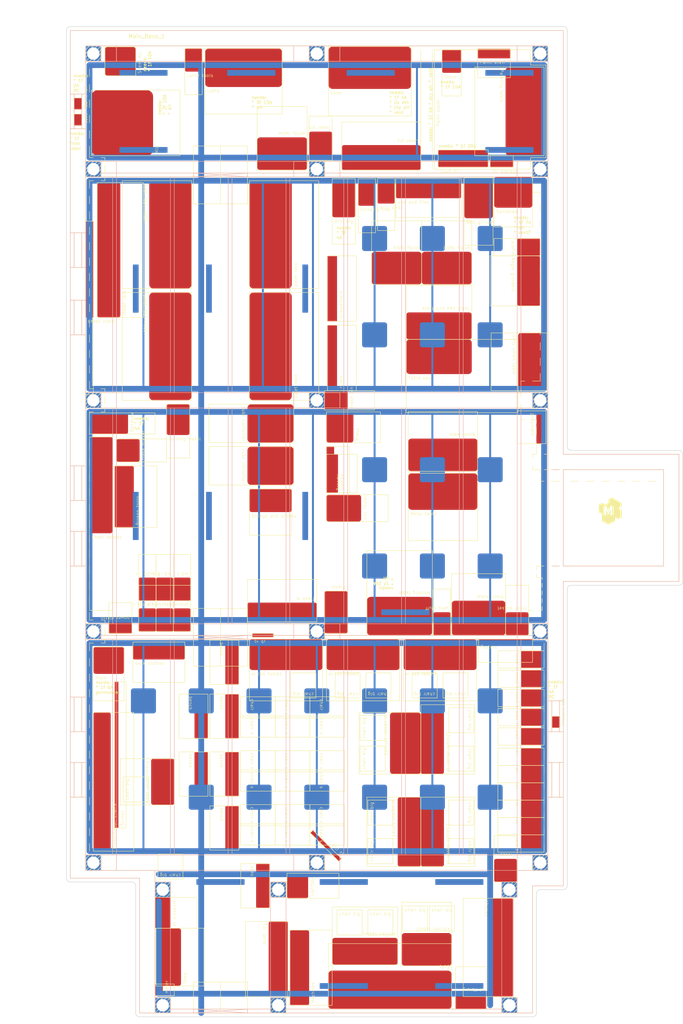
<source format=kicad_pcb>
(kicad_pcb (version 20211014) (generator pcbnew)
  (title_block (rev "5.0"))
  (layers (0 "F.Cu" signal) (1 "In1.Cu" signal "freeway.Cu") (2 "In2.Cu" signal "air.Cu") (3 "In3.Cu" signal "walls.Cu") (4 "In4.Cu" signal "vent.Cu") (31 "B.Cu" signal) (34 "B.Paste" user) (35 "F.Paste" user) (36 "B.SilkS" user "B.Silkscreen") (37 "F.SilkS" user "F.Silkscreen") (38 "B.Mask" user) (39 "F.Mask" user) (44 "Edge.Cuts" user))
  (net 0 "")
  (net 97 "Net-(L1-Pad1)")
  (footprint "-local:_o_lathe__" (layer "F.Cu") (at 112.28 26)
    (fp_text reference "R2")
    (fp_text value "Lathe" (at 0.5 11 unlocked) (layer "F.SilkS") (effects (font (size 0.8 0.8) (thickness 0.08)) (justify left)))
    (pad "1" smd roundrect (at 10 5) (size 20 10) (layers "F.Cu" "F.Paste" "F.Mask") (roundrect_rratio 0.1))
  )
  (footprint "-local:_q_power_meter__" (layer "F.Cu") (at 99.28 271.82 90)
    (fp_text reference "R100")
    (fp_text value "meter" (at 0.5 3 90 unlocked) (layer "F.SilkS") (effects (font (size 0.8 0.8) (thickness 0.08)) (justify left)))
    (pad "1" smd roundrect (at 1.5 1 90) (size 3 2) (layers "F.Cu" "F.Paste" "F.Mask") (roundrect_rratio 0.1))
  )
  (footprint "-local:_o_wheel_tower1_x7__" (layer "F.Cu") (at 199.28 75.32 -90)
    (fp_text reference "R59")
    (fp_text value "profile t" (at 0.5 7 -90 unlocked) (layer "F.SilkS") (effects (font (size 0.8 0.8) (thickness 0.08)) (justify left)))
    (pad "1" smd roundrect (at 2.25 3 270) (size 4.5 6) (layers "F.Cu" "F.Paste" "F.Mask") (roundrect_rratio 0.1))
  )
  (footprint "-local:_o_table_next__" (layer "F.Cu") (at 181.5 101.5 180)
    (fp_text reference "R17")
    (fp_text value "Table saw exit table" (at 0.5 8 180 unlocked) (layer "F.SilkS") (effects (font (size 0.8 0.8) (thickness 0.08)) (justify left)))
    (pad "1" smd roundrect (at 8.5 3.5 180) (size 17 7) (layers "F.Cu" "F.Paste" "F.Mask") (roundrect_rratio 0.1))
  )
  (footprint "-local:_o_mill__" (layer "F.Cu") (at 82.78 53.82 90)
    (fp_text reference "R1")
    (fp_text value "Mill" (at 0.5 17 90 unlocked) (layer "F.SilkS") (effects (font (size 0.8 0.8) (thickness 0.08)) (justify left)))
    (pad "1" smd roundrect (at 8.5 8 90) (size 17 16) (layers "F.Cu" "F.Paste" "F.Mask") (roundrect_rratio 0.1))
  )
  (footprint "-local:chair_small" (layer "F.Cu") (at 148.5 194.25 -90)
    (fp_text reference "Cs13")
    (fp_text value "chair s" (at 0.5 6 -90 unlocked) (layer "F.SilkS") (effects (font (size 0.8 0.8) (thickness 0.08)) (justify left)))
  )
  (footprint "-local:_e_rack__" (layer "F.Cu") (at 83.28 181.32)
    (fp_text reference "R105")
    (fp_text value "Rack" (at 0.5 8 unlocked) (layer "F.SilkS") (effects (font (size 0.8 0.8) (thickness 0.08)) (justify left)))
    (pad "1" smd roundrect (at 4 3.5) (size 8 7) (layers "F.Cu" "F.Paste" "F.Mask") (roundrect_rratio 0.1))
  )
  (footprint "-local:_e_lab_table_tall_x2__" (layer "F.Cu") (at 143.78 179.32)
    (fp_text reference "R82")
    (fp_text value "el lab table2" (at 0.5 9 unlocked) (layer "F.SilkS") (effects (font (size 0.8 0.8) (thickness 0.08)) (justify left)))
    (pad "1" smd roundrect (at 9.5 4) (size 19 8) (layers "F.Cu" "F.Paste" "F.Mask") (roundrect_rratio 0.1))
  )
  (footprint "-local:_e_kitchen__" (layer "F.Cu") (at 192.28 246.57 -90)
    (fp_text reference "R73")
    (fp_text value "kitchen" (at 0.5 7 -90 unlocked) (layer "F.SilkS") (effects (font (size 0.8 0.8) (thickness 0.08)) (justify left)))
    (pad "1" smd roundrect (at 12.75 3 270) (size 25.5 6) (layers "F.Cu" "F.Paste" "F.Mask") (roundrect_rratio 0.1))
  )
  (footprint "-local:chair_small" (layer "F.Cu") (at 139.5 199.25 -90)
    (fp_text reference "Cs6")
    (fp_text value "chair s" (at 0.5 6 -90 unlocked) (layer "F.SilkS") (effects (font (size 0.8 0.8) (thickness 0.08)) (justify left)))
  )
  (footprint "-local:_o_palet_rack_x4__" (layer "F.Cu") (at 108.78 89.32 -90)
    (fp_text reference "R42")
    (fp_text value "palet rack wood" (at 0.5 12 -90 unlocked) (layer "F.SilkS") (effects (font (size 0.8 0.8) (thickness 0.08)) (justify left)))
    (pad "1" smd roundrect (at 14 5.5 270) (size 28 11) (layers "F.Cu" "F.Paste" "F.Mask") (roundrect_rratio 0.1))
  )
  (footprint "-local:chair_small" (layer "F.Cu") (at 130.5 194.25 -90)
    (fp_text reference "Cs4")
    (fp_text value "chair s" (at 0.5 6 -90 unlocked) (layer "F.SilkS") (effects (font (size 0.8 0.8) (thickness 0.08)) (justify left)))
  )
  (footprint "-local:_e_bench_x7__" (layer "F.Cu") (at 113.03 208.57 -90)
    (fp_text reference "Be6")
    (fp_text value "bench" (at 0.5 4.5 -90 unlocked) (layer "F.SilkS") (effects (font (size 0.8 0.8) (thickness 0.08)) (justify left)))
    (pad "1" smd roundrect (at 5.75 1.75 270) (size 11.5 3.5) (layers "F.Cu" "F.Paste" "F.Mask") (roundrect_rratio 0.1))
  )
  (footprint "-local:_o_metal_rack__" (layer "F.Cu") (at 84.28 95.82 90)
    (fp_text reference "R38")
    (fp_text value "metal rack" (at 0.5 7 90 unlocked) (layer "F.SilkS") (effects (font (size 0.8 0.8) (thickness 0.08)) (justify left)))
    (pad "1" smd roundrect (at 17.5 3 90) (size 35 6) (layers "F.Cu" "F.Paste" "F.Mask") (roundrect_rratio 0.1))
  )
  (footprint "-local:chair_big" (layer "F.Cu") (at 157.28 191.32 180)
    (fp_text reference "Cb15")
    (fp_text value "chair big" (at -2.75 -2.25 180 unlocked) (layer "F.SilkS") (effects (font (size 0.8 0.8) (thickness 0.08)) (justify left)))
  )
  (footprint "-local:_o_work_clothes__" (layer "F.Cu") (at 93.53 180.07)
    (fp_text reference "R88")
    (fp_text value "work clothes" (at 0.5 5.5 unlocked) (layer "F.SilkS") (effects (font (size 0.8 0.8) (thickness 0.08)) (justify left)))
    (pad "1" smd roundrect (at 6.75 2.25) (size 13.5 4.5) (layers "F.Cu" "F.Paste" "F.Mask") (roundrect_rratio 0.1))
  )
  (footprint "-local:_o_wheel_tower2_x7__" (layer "F.Cu") (at 107.03 26)
    (fp_text reference "R3")
    (fp_text value "Lathe tools" (at 0.5 7 unlocked) (layer "F.SilkS") (effects (font (size 0.8 0.8) (thickness 0.08)) (justify left)))
    (pad "1" smd roundrect (at 2.25 3) (size 4.5 6) (layers "F.Cu" "F.Paste" "F.Mask") (roundrect_rratio 0.1))
  )
  (footprint "-local:_o_trash_bucket_x2__" (layer "F.Cu") (at 89.28 133.32 90)
    (fp_text reference "R48")
    (fp_text value "trash bucket" (at 0.5 7 90 unlocked) (layer "F.SilkS") (effects (font (size 0.8 0.8) (thickness 0.08)) (justify left)))
    (pad "1" smd roundrect (at 3 3 90) (size 6 6) (layers "F.Cu" "F.Paste" "F.Mask") (roundrect_rratio 0.1))
  )
  (footprint "-local:base_main" (layer "F.Cu") (at 81.28 25.32)
    (fp_text reference "Main_Base_1" (at 11 -2.5 unlocked) (layer "F.SilkS") (effects (justify left)))
    (fp_text value "Main Base")
    (fp_line (start -5 216) (end -5 -4) (layer "Edge.Cuts") (width 0.12))
    (fp_line (start 124 219) (end 118 219) (layer "Edge.Cuts") (width 0.12))
    (fp_line (start 12 217) (end -4 217) (layer "Edge.Cuts") (width 0.12))
    (fp_line (start 13 251) (end 13 218) (layer "Edge.Cuts") (width 0.12))
    (fp_line (start 117 220) (end 117 251) (layer "Edge.Cuts") (width 0.12))
    (fp_line (start 116 252) (end 14 252) (layer "Edge.Cuts") (width 0.12))
    (fp_line (start 154 140) (end 126 140) (layer "Edge.Cuts") (width 0.12))
    (fp_line (start 126 105) (end 154 105) (layer "Edge.Cuts") (width 0.12))
    (fp_line (start 155 106) (end 155 139) (layer "Edge.Cuts") (width 0.12))
    (fp_line (start 125 141) (end 125 218) (layer "Edge.Cuts") (width 0.12))
    (fp_line (start -4 -5) (end 124 -5) (layer "Edge.Cuts") (width 0.12))
    (fp_line (start 125 -4) (end 125 104) (layer "Edge.Cuts") (width 0.12))
    (fp_arc (start 155 139) (mid 154.707107 139.707107) (end 154 140) (layer "Edge.Cuts") (width 0.12))
    (fp_arc (start -4 217) (mid -4.707107 216.707107) (end -5 216) (layer "Edge.Cuts") (width 0.12))
    (fp_arc (start 117 220) (mid 117.292893 219.292893) (end 118 219) (layer "Edge.Cuts") (width 0.12))
    (fp_arc (start 124 -5) (mid 124.707107 -4.707107) (end 125 -4) (layer "Edge.Cuts") (width 0.12))
    (fp_arc (start 12 217) (mid 12.707107 217.292893) (end 13 218) (layer "Edge.Cuts") (width 0.12))
    (fp_arc (start 126 105) (mid 125.292893 104.707107) (end 125 104) (layer "Edge.Cuts") (width 0.12))
    (fp_arc (start 154 105) (mid 154.707107 105.292893) (end 155 106) (layer "Edge.Cuts") (width 0.12))
    (fp_arc (start 125 218) (mid 124.707107 218.707107) (end 124 219) (layer "Edge.Cuts") (width 0.12))
    (fp_arc (start 14 252) (mid 13.292893 251.707107) (end 13 251) (layer "Edge.Cuts") (width 0.12))
    (fp_arc (start 117 251) (mid 116.707107 251.707107) (end 116 252) (layer "Edge.Cuts") (width 0.12))
    (fp_arc (start 125 141) (mid 125.292893 140.292893) (end 126 140) (layer "Edge.Cuts") (width 0.12))
    (fp_arc (start -5 -4) (mid -4.707107 -4.707107) (end -4 -5) (layer "Edge.Cuts") (width 0.12))
    (pad "1" thru_hole roundrect locked (at 60 32) (size 4 4) (drill 3.2) (layers *.Cu *.Mask) (roundrect_rratio 0.1))
    (pad "1" thru_hole roundrect locked (at 118 152) (size 4 4) (drill 3.2) (layers *.Cu *.Mask) (roundrect_rratio 0.1))
    (pad "1" thru_hole roundrect locked (at 2 152) (size 4 4) (drill 3.2) (layers *.Cu *.Mask) (roundrect_rratio 0.1))
    (pad "1" thru_hole roundrect locked (at 60 2) (size 4 4) (drill 3.2) (layers *.Cu *.Mask) (roundrect_rratio 0.1))
    (pad "1" thru_hole roundrect locked (at 2 32) (size 4 4) (drill 3.2) (layers *.Cu *.Mask) (roundrect_rratio 0.1))
    (pad "1" thru_hole roundrect locked (at 60 152) (size 4 4) (drill 3.2) (layers *.Cu *.Mask) (roundrect_rratio 0.1))
    (pad "1" thru_hole roundrect locked (at 60 92) (size 4 4) (drill 3.2) (layers *.Cu *.Mask) (roundrect_rratio 0.1))
    (pad "1" thru_hole roundrect locked (at 2 92) (size 4 4) (drill 3.2) (layers *.Cu *.Mask) (roundrect_rratio 0.1))
    (pad "1" thru_hole roundrect locked (at 118 212) (size 4 4) (drill 3.2) (layers *.Cu *.Mask) (roundrect_rratio 0.1))
    (pad "1" thru_hole roundrect locked (at 50 219) (size 4 4) (drill 3.2) (layers *.Cu *.Mask) (roundrect_rratio 0.1))
    (pad "1" thru_hole roundrect locked (at 110 219) (size 4 4) (drill 3.2) (layers *.Cu *.Mask) (roundrect_rratio 0.1))
    (pad "1" thru_hole roundrect locked (at 2 212) (size 4 4) (drill 3.2) (layers *.Cu *.Mask) (roundrect_rratio 0.1))
    (pad "1" thru_hole roundrect locked (at 20 219) (size 4 4) (drill 3.2) (layers *.Cu *.Mask) (roundrect_rratio 0.1))
    (pad "1" thru_hole roundrect locked (at 20 249) (size 4 4) (drill 3.2) (layers *.Cu *.Mask) (roundrect_rratio 0.1))
    (pad "1" thru_hole roundrect locked (at 50 249) (size 4 4) (drill 3.2) (layers *.Cu *.Mask) (roundrect_rratio 0.1))
    (pad "1" thru_hole roundrect locked (at 118 2) (size 4 4) (drill 3.2) (layers *.Cu *.Mask) (roundrect_rratio 0.1))
    (pad "1" thru_hole roundrect locked (at 110 249) (size 4 4) (drill 3.2) (layers *.Cu *.Mask) (roundrect_rratio 0.1))
    (pad "1" thru_hole roundrect locked (at 2 2) (size 4 4) (drill 3.2) (layers *.Cu *.Mask) (roundrect_rratio 0.1))
    (pad "1" thru_hole roundrect locked (at 118 92) (size 4 4) (drill 3.2) (layers *.Cu *.Mask) (roundrect_rratio 0.1))
    (pad "1" thru_hole roundrect locked (at 118 32) (size 4 4) (drill 3.2) (layers *.Cu *.Mask) (roundrect_rratio 0.1))
    (pad "1" thru_hole roundrect locked (at 60 212) (size 4 4) (drill 3.2) (layers *.Cu *.Mask) (roundrect_rratio 0.1))
  )
  (footprint "-local:_o_dirty_small_table__" (layer "F.Cu") (at 201.03 99.82 -90)
    (fp_text reference "R62")
    (fp_text value "Dirty small table" (at 0.5 8.5 -90 unlocked) (layer "F.SilkS") (effects (font (size 0.8 0.8) (thickness 0.08)) (justify left)))
    (pad "1" smd roundrect (at 7.5 3.75 270) (size 15 7.5) (layers "F.Cu" "F.Paste" "F.Mask") (roundrect_rratio 0.1))
  )
  (footprint "-local:_o_drill_big__" (layer "F.Cu") (at 145.28 59.82)
    (fp_text reference "R27")
    (fp_text value "drill big" (at 0.5 11 unlocked) (layer "F.SilkS") (effects (font (size 0.8 0.8) (thickness 0.08)) (justify left)))
    (pad "1" smd roundrect (at 3 5) (size 6 10) (layers "F.Cu" "F.Paste" "F.Mask") (roundrect_rratio 0.1))
  )
  (footprint "-local:_o_cnc_mill__" (layer "F.Cu") (at 143.78 148.82 90)
    (fp_text reference "R5")
    (fp_text value "cnc router" (at 0.5 10 90 unlocked) (layer "F.SilkS") (effects (font (size 0.8 0.8) (thickness 0.08)) (justify left)))
    (pad "1" smd roundrect (at 3.5 4.5 90) (size 7 9) (layers "F.Cu" "F.Paste" "F.Mask") (roundrect_rratio 0.1))
  )
  (footprint "-local:_e_bench_x7__" (layer "F.Cu") (at 121.03 222.57 -90)
    (fp_text reference "Be5")
    (fp_text value "bench" (at 0.5 4.5 -90 unlocked) (layer "F.SilkS") (effects (font (size 0.8 0.8) (thickness 0.08)) (justify left)))
    (pad "1" smd roundrect (at 5.75 1.75 270) (size 11.5 3.5) (layers "F.Cu" "F.Paste" "F.Mask") (roundrect_rratio 0.1))
  )
  (footprint "-local:_o_trash_metal__" (layer "F.Cu") (at 190.28 178.32 180)
    (fp_text reference "R47")
    (fp_text value "trash metal" (at 0.5 10 180 unlocked) (layer "F.SilkS") (effects (font (size 0.8 0.8) (thickness 0.08)) (justify left)))
    (pad "1" smd roundrect (at 7 4.5 180) (size 14 9) (layers "F.Cu" "F.Paste" "F.Mask") (roundrect_rratio 0.1))
  )
  (footprint "-local:_q_laser_fan__" (layer "F.Cu") (at 78.28 46 90)
    (fp_text reference "R102")
    (fp_text value "Laser fan" (at 0.5 3 90 unlocked) (layer "F.SilkS") (effects (font (size 0.8 0.8) (thickness 0.08)) (justify left)))
    (pad "1" smd roundrect (at 1.5 1 90) (size 3 2) (layers "F.Cu" "F.Paste" "F.Mask") (roundrect_rratio 0.1))
  )
  (footprint "-local:chair_big" (layer "F.Cu") (at 178.78 224.32 -90)
    (fp_text reference "Cb16")
    (fp_text value "chair big" (at -2.75 -2.25 -90 unlocked) (layer "F.SilkS") (effects (font (size 0.8 0.8) (thickness 0.08)) (justify left)))
  )
  (footprint "-local:_e_lab_table_tall_x2__" (layer "F.Cu") (at 163.78 179.32)
    (fp_text reference "R83")
    (fp_text value "el lab table3" (at 0.5 9 unlocked) (layer "F.SilkS") (effects (font (size 0.8 0.8) (thickness 0.08)) (justify left)))
    (pad "1" smd roundrect (at 9.5 4) (size 19 8) (layers "F.Cu" "F.Paste" "F.Mask") (roundrect_rratio 0.1))
  )
  (footprint "-local:chair_small" (layer "F.Cu") (at 139.5 227.25 -90)
    (fp_text reference "Cs14")
    (fp_text value "chair s" (at 0.5 6 -90 unlocked) (layer "F.SilkS") (effects (font (size 0.8 0.8) (thickness 0.08)) (justify left)))
  )
  (footprint "-local:_q_paint_fan__" (layer "F.Cu") (at 78.28 41.82 90)
    (fp_text reference "R103")
    (fp_text value "Paint fan" (at 0.5 3 90 unlocked) (layer "F.SilkS") (effects (font (size 0.8 0.8) (thickness 0.08)) (justify left)))
    (pad "1" smd roundrect (at 1.5 1 90) (size 3 2) (layers "F.Cu" "F.Paste" "F.Mask") (roundrect_rratio 0.1))
  )
  (footprint "-local:_o_trash_bucket_x2__" (layer "F.Cu") (at 196.28 178.32 180)
    (fp_text reference "R49")
    (fp_text value "trash bucket" (at 0.5 7 180 unlocked) (layer "F.SilkS") (effects (font (size 0.8 0.8) (thickness 0.08)) (justify left)))
    (pad "1" smd roundrect (at 3 3 180) (size 6 6) (layers "F.Cu" "F.Paste" "F.Mask") (roundrect_rratio 0.1))
  )
  (footprint "-local:_o_welding_table__" (layer "F.Cu") (at 171.28 178.32 180)
    (fp_text reference "R18")
    (fp_text value "Welding table" (at 0.5 11 180 unlocked) (layer "F.SilkS") (effects (font (size 0.8 0.8) (thickness 0.08)) (justify left)))
    (pad "1" smd roundrect (at 8.5 5 180) (size 17 10) (layers "F.Cu" "F.Paste" "F.Mask") (roundrect_rratio 0.1))
  )
  (footprint "-local:chair_big" (layer "F.Cu") (at 155.78 202.32 90)
    (fp_text reference "Cb11")
    (fp_text value "chair big" (at -2.75 -2.25 90 unlocked) (layer "F.SilkS") (effects (font (size 0.8 0.8) (thickness 0.08)) (justify left)))
  )
  (footprint "-local:_e_tv_live__" (layer "F.Cu") (at 147 237 135)
    (fp_text reference "R78")
    (fp_text value "tv live" (at 0.5 2 135 unlocked) (layer "F.SilkS") (effects (font (size 0.8 0.8) (thickness 0.08)) (justify left)))
    (pad "1" smd roundrect (at 5.25 0.5 135) (size 10.5 1) (layers "F.Cu" "F.Paste" "F.Mask") (roundrect_rratio 0.1))
  )
  (footprint "-local:_e_parts_shelf__" (layer "F.Cu") (at 133.78 252.57 -90)
    (fp_text reference "R69")
    (fp_text value "For parts" (at 0.5 6 -90 unlocked) (layer "F.SilkS") (effects (font (size 0.8 0.8) (thickness 0.08)) (justify left)))
    (pad "1" smd roundrect (at 9.75 2.5 270) (size 19.5 5) (layers "F.Cu" "F.Paste" "F.Mask") (roundrect_rratio 0.1))
  )
  (footprint "-local:chair_big" (layer "F.Cu") (at 94.28 218.32 90)
    (fp_text reference "Cb18")
    (fp_text value "chair big" (at -2.75 -2.25 90 unlocked) (layer "F.SilkS") (effects (font (size 0.8 0.8) (thickness 0.08)) (justify left)))
  )
  (footprint "-local:_o_wheel_tower1_x7__" (layer "F.Cu") (at 104.03 177.32 180)
    (fp_text reference "R53")
    (fp_text value "brackets t" (at 0.5 7 180 unlocked) (layer "F.SilkS") (effects (font (size 0.8 0.8) (thickness 0.08)) (justify left)))
    (pad "1" smd roundrect (at 2.25 3 180) (size 4.5 6) (layers "F.Cu" "F.Paste" "F.Mask") (roundrect_rratio 0.1))
  )
  (footprint "-local:_o_belt_grind__" (layer "F.Cu") (at 179.53 59.57)
    (fp_text reference "R23")
    (fp_text value "Belt grinder" (at 0.5 11.5 unlocked) (layer "F.SilkS") (effects (font (size 0.8 0.8) (thickness 0.08)) (justify left)))
    (pad "1" smd roundrect (at 3.75 5.25) (size 7.5 10.5) (layers "F.Cu" "F.Paste" "F.Mask") (roundrect_rratio 0.1))
  )
  (footprint "-local:_o_chair_box__" (layer "F.Cu") (at 83.28 234.32 90)
    (fp_text reference "R66")
    (fp_text value "Presentation chairs" (at 0.5 5.5 90 unlocked) (layer "F.SilkS") (effects (font (size 0.8 0.8) (thickness 0.08)) (justify left)))
    (pad "1" smd roundrect (at 18 2.25 90) (size 36 4.5) (layers "F.Cu" "F.Paste" "F.Mask") (roundrect_rratio 0.1))
  )
  (footprint "-local:chair_big" (layer "F.Cu") (at 157.78 234.32 90)
    (fp_text reference "Cb13")
    (fp_text value "chair big" (at -2.75 -2.25 90 unlocked) (layer "F.SilkS") (effects (font (size 0.8 0.8) (thickness 0.08)) (justify left)))
  )
  (footprint "-local:_o_air_storage__" (layer "F.Cu") (at 186.28 53.82)
    (fp_text reference "R11")
    (fp_text value "Air storage" (at 0.5 4 unlocked) (layer "F.SilkS") (effects (font (size 0.8 0.8) (thickness 0.08)) (justify left)))
    (pad "1" smd roundrect (at 3 1.5) (size 6 3) (layers "F.Cu" "F.Paste" "F.Mask") (roundrect_rratio 0.1))
  )
  (footprint "-local:chair_big" (layer "F.Cu") (at 149.28 191.32 180)
    (fp_text reference "Cb9")
    (fp_text value "chair big" (at -2.75 -2.25 180 unlocked) (layer "F.SilkS") (effects (font (size 0.8 0.8) (thickness 0.08)) (justify left)))
  )
  (footprint "-local:_e_kitchen_table1__" (layer "F.Cu") (at 162.28 263.82 180)
    (fp_text reference "R74")
    (fp_text value "kitchen table1" (at 0.5 8 180 unlocked) (layer "F.SilkS") (effects (font (size 0.8 0.8) (thickness 0.08)) (justify left)))
    (pad "1" smd roundrect (at 8.5 3.5 180) (size 17 7) (layers "F.Cu" "F.Paste" "F.Mask") (roundrect_rratio 0.1))
  )
  (footprint "-local:_o_turn_metal__" (layer "F.Cu") (at 102.28 118.32)
    (fp_text reference "R4")
    (fp_text value "Turning metal" (at 0.5 9 unlocked) (layer "F.SilkS") (effects (font (size 0.8 0.8) (thickness 0.08)) (justify left)))
    (pad "1" smd roundrect (at 3 4) (size 6 8) (layers "F.Cu" "F.Paste" "F.Mask") (roundrect_rratio 0.1))
  )
  (footprint "-local:_q_power_distribution_box__" (layer "F.Cu") (at 93.28 177.82 180)
    (fp_text reference "R101")
    (fp_text value "power distro" (at 0.5 4 180 unlocked) (layer "F.SilkS") (effects (font (size 0.8 0.8) (thickness 0.08)) (justify left)))
    (pad "1" smd roundrect (at 3 1.5 180) (size 6 3) (layers "F.Cu" "F.Paste" "F.Mask") (roundrect_rratio 0.1))
  )
  (footprint "-local:_o_wheel_tower2_x7__" (layer "F.Cu") (at 200.28 230.07 -90)
    (fp_text reference "R94")
    (fp_text value "rack t" (at 0.5 7 -90 unlocked) (layer "F.SilkS") (effects (font (size 0.8 0.8) (thickness 0.08)) (justify left)))
    (pad "1" smd roundrect (at 2.25 3 270) (size 4.5 6) (layers "F.Cu" "F.Paste" "F.Mask") (roundrect_rratio 0.1))
  )
  (footprint "-local:_o_drill_small__" (layer "F.Cu") (at 157.03 59.75)
    (fp_text reference "R28")
    (fp_text value "drill small" (at 0.5 7.5 unlocked) (layer "F.SilkS") (effects (font (size 0.8 0.8) (thickness 0.08)) (justify left)))
    (pad "1" smd roundrect (at 2.25 3.25) (size 4.5 6.5) (layers "F.Cu" "F.Paste" "F.Mask") (roundrect_rratio 0.1))
  )
  (footprint "-local:_o_strings_wheels_shelf__" (layer "F.Cu") (at 123.78 140.32)
    (fp_text reference "R44")
    (fp_text value "Strings and wheels" (at 0.5 7 unlocked) (layer "F.SilkS") (effects (font (size 0.8 0.8) (thickness 0.08)) (justify left)))
    (pad "1" smd roundrect (at 5.5 3) (size 11 6) (layers "F.Cu" "F.Paste" "F.Mask") (roundrect_rratio 0.1))
  )
  (footprint "-local:_e_bench_x7__" (layer "F.Cu") (at 121.03 193.57 -90)
    (fp_text reference "Be7")
    (fp_text value "bench" (at 0.5 4.5 -90 unlocked) (layer "F.SilkS") (effects (font (size 0.8 0.8) (thickness 0.08)) (justify left)))
    (pad "1" smd roundrect (at 5.75 1.75 270) (size 11.5 3.5) (layers "F.Cu" "F.Paste" "F.Mask") (roundrect_rratio 0.1))
  )
  (footprint "-local:_e_presentation_table__" (layer "F.Cu") (at 104.28 210.32 -90)
    (fp_text reference "R64")
    (fp_text value "Presentation table" (at 0.5 7 -90 unlocked) (layer "F.SilkS") (effects (font (size 0.8 0.8) (thickness 0.08)) (justify left)))
    (pad "1" smd roundrect (at 6 3 270) (size 12 6) (layers "F.Cu" "F.Paste" "F.Mask") (roundrect_rratio 0.1))
  )
  (footprint "-local:_o_wheel_tower3_x5__" (layer "F.Cu") (at 200.28 225.57 -90)
    (fp_text reference "R99")
    (fp_text value "el" (at 0.5 7 -90 unlocked) (layer "F.SilkS") (effects (font (size 0.8 0.8) (thickness 0.08)) (justify left)))
    (pad "1" smd roundrect (at 2.25 3 270) (size 4.5 6) (layers "F.Cu" "F.Paste" "F.Mask") (roundrect_rratio 0.1))
  )
  (footprint "-local:chair_big" (layer "F.Cu") (at 137.78 191.32 180)
    (fp_text reference "Cb10")
    (fp_text value "chair big" (at -2.75 -2.25 180 unlocked) (layer "F.SilkS") (effects (font (size 0.8 0.8) (thickness 0.08)) (justify left)))
  )
  (footprint "-local:_o_thin_shelf_x2__" (layer "F.Cu") (at 144.03 114.82 90)
    (fp_text reference "R30")
    (fp_text value "rulers" (at 0.5 3.5 90 unlocked) (layer "F.SilkS") (effects (font (size 0.8 0.8) (thickness 0.08)) (justify left)))
    (pad "1" smd roundrect (at 8.5 1.25 90) (size 17 2.5) (layers "F.Cu" "F.Paste" "F.Mask") (roundrect_rratio 0.1))
  )
  (footprint "-local:_e_screen__" (layer "F.Cu") (at 88.78 228.32 90)
    (fp_text reference "R65")
    (fp_text value "Screen" (at 0.5 2 90 unlocked) (layer "F.SilkS") (effects (font (size 0.8 0.8) (thickness 0.08)) (justify left)))
    (pad "1" smd roundrect (at 19 0.5 90) (size 38 1) (layers "F.Cu" "F.Paste" "F.Mask") (roundrect_rratio 0.1))
  )
  (footprint "-local:_o_wheel_tower3_x5__" (layer "F.Cu") (at 200.28 207.57 -90)
    (fp_text reference "R95")
    (fp_text value "el" (at 0.5 7 -90 unlocked) (layer "F.SilkS") (effects (font (size 0.8 0.8) (thickness 0.08)) (justify left)))
    (pad "1" smd roundrect (at 2.25 3 270) (size 4.5 6) (layers "F.Cu" "F.Paste" "F.Mask") (roundrect_rratio 0.1))
  )
  (footprint "-local:_o_paint_shelf__" (layer "F.Cu") (at 183.03 26.07)
    (fp_text reference "R14")
    (fp_text value "Paint shelf" (at 0.5 3.5 unlocked) (layer "F.SilkS") (effects (font (size 0.8 0.8) (thickness 0.08)) (justify left)))
    (pad "1" smd roundrect (at 4.25 1.25) (size 8.5 2.5) (layers "F.Cu" "F.Paste" "F.Mask") (roundrect_rratio 0.1))
  )
  (footprint "-local:_e_machine_shelf__" (layer "F.Cu") (at 134.28 274.32 90)
    (fp_text reference "R70")
    (fp_text value "Machines" (at 0.5 6 90 unlocked) (layer "F.SilkS") (effects (font (size 0.8 0.8) (thickness 0.08)) (justify left)))
    (pad "1" smd roundrect (at 9.75 2.5 90) (size 19.5 5) (layers "F.Cu" "F.Paste" "F.Mask") (roundrect_rratio 0.1))
  )
  (footprint "-local:chair_big" (layer "F.Cu") (at 157.78 252.82)
    (fp_text reference "Cb8")
    (fp_text value "chair big" (at -2.75 -2.25 unlocked) (layer "F.SilkS") (effects (font (size 0.8 0.8) (thickness 0.08)) (justify left)))
  )
  (footprint "-local:_o_wheel_tower2_x7__" (layer "F.Cu") (at 176.03 178.32 180)
    (fp_text reference "R19")
    (fp_text value "weld stuff" (at 0.5 7 180 unlocked) (layer "F.SilkS") (effects (font (size 0.8 0.8) (thickness 0.08)) (justify left)))
    (pad "1" smd roundrect (at 2.25 3 180) (size 4.5 6) (layers "F.Cu" "F.Paste" "F.Mask") (roundrect_rratio 0.1))
  )
  (footprint "-local:chair_big" (layer "F.Cu") (at 149.78 252.82)
    (fp_text reference "Cb5")
    (fp_text value "chair big" (at -2.75 -2.25 unlocked) (layer "F.SilkS") (effects (font (size 0.8 0.8) (thickness 0.08)) (justify left)))
  )
  (footprint "-local:_o_wheel_tower2_x7__" (layer "F.Cu") (at 200.28 187.32 -90)
    (fp_text reference "R90")
    (fp_text value "fdm2 t" (at 0.5 7 -90 unlocked) (layer "F.SilkS") (effects (font (size 0.8 0.8) (thickness 0.08)) (justify left)))
    (pad "1" smd roundrect (at 2.25 3 270) (size 4.5 6) (layers "F.Cu" "F.Paste" "F.Mask") (roundrect_rratio 0.1))
  )
  (footprint "-local:_o_sheet_matal__" (layer "F.Cu") (at 81.28 70.82)
    (fp_text reference "R37")
    (fp_text value "sheet metal" (at 0.5 26 unlocked) (layer "F.SilkS") (effects (font (size 0.8 0.8) (thickness 0.08)) (justify left)))
    (pad "1" smd roundrect (at 1 12.5) (size 2 25) (layers "F.Cu" "F.Paste" "F.Mask") (roundrect_rratio 0.1))
  )
  (footprint "-local:_o_wheel_tower3_x5__" (layer "F.Cu") (at 200.28 212.07 -90)
    (fp_text reference "R96")
    (fp_text value "el" (at 0.5 7 -90 unlocked) (layer "F.SilkS") (effects (font (size 0.8 0.8) (thickness 0.08)) (justify left)))
    (pad "1" smd roundrect (at 2.25 3 270) (size 4.5 6) (layers "F.Cu" "F.Paste" "F.Mask") (roundrect_rratio 0.1))
  )
  (footprint "-local:_o_trash_electronics__" (layer "F.Cu") (at 141.28 174.82 180)
    (fp_text reference "R52")
    (fp_text value "Trash el" (at 0.5 6 180 unlocked) (layer "F.SilkS") (effects (font (size 0.8 0.8) (thickness 0.08)) (justify left)))
    (pad "1" smd roundrect (at 9 2.5 180) (size 18 5) (layers "F.Cu" "F.Paste" "F.Mask") (roundrect_rratio 0.1))
  )
  (footprint "-local:_o_angle_grinders__" (layer "F.Cu") (at 199.28 79.82 -90)
    (fp_text reference "R21")
    (fp_text value "Angle grinders" (at 0.5 7 -90 unlocked) (layer "F.SilkS") (effects (font (size 0.8 0.8) (thickness 0.08)) (justify left)))
    (pad "1" smd roundrect (at 6.5 3 270) (size 13 6) (layers "F.Cu" "F.Paste" "F.Mask") (roundrect_rratio 0.1))
  )
  (footprint "-local:_o_wheel_tower2_x7__" (layer "F.Cu") (at 200.28 192.32 -90)
    (fp_text reference "R91")
    (fp_text value "fdm3 t" (at 0.5 7 -90 unlocked) (layer "F.SilkS") (effects (font (size 0.8 0.8) (thickness 0.08)) (justify left)))
    (pad "1" smd roundrect (at 2.25 3 270) (size 4.5 6) (layers "F.Cu" "F.Paste" "F.Mask") (roundrect_rratio 0.1))
  )
  (footprint "-local:_e_center_table1_x3__" (layer "F.Cu") (at 168.28 238.32 90)
    (fp_text reference "R85")
    (fp_text value "el center table12" (at 0.5 7 90 unlocked) (layer "F.SilkS") (effects (font (size 0.8 0.8) (thickness 0.08)) (justify left)))
    (pad "1" smd roundrect (at 9 3 90) (size 18 6) (layers "F.Cu" "F.Paste" "F.Mask") (roundrect_rratio 0.1))
  )
  (footprint "-local:_o_brooms__" (layer "F.Cu") (at 143.78 141.32 90)
    (fp_text reference "R51")
    (fp_text value "Brooms" (at 0.5 3 90 unlocked) (layer "F.SilkS") (effects (font (size 0.8 0.8) (thickness 0.08)) (justify left)))
    (pad "1" smd roundrect (at 6 1 90) (size 12 2) (layers "F.Cu" "F.Paste" "F.Mask") (roundrect_rratio 0.1))
  )
  (footprint "-local:chair_big" (layer "F.Cu") (at 103.28 238.32 180)
    (fp_text reference "Cb19")
    (fp_text value "chair big" (at -2.75 -2.25 180 unlocked) (layer "F.SilkS") (effects (font (size 0.8 0.8) (thickness 0.08)) (justify left)))
  )
  (footprint "-local:_o_wheel_tower3_x5__" (layer "F.Cu") (at 200.28 221.07 -90)
    (fp_text reference "R98")
    (fp_text value "el" (at 0.5 7 -90 unlocked) (layer "F.SilkS") (effects (font (size 0.8 0.8) (thickness 0.08)) (justify left)))
    (pad "1" smd roundrect (at 2.25 3 270) (size 4.5 6) (layers "F.Cu" "F.Paste" "F.Mask") (roundrect_rratio 0.1))
  )
  (footprint "-local:_o_wheel_tower1_x7__" (layer "F.Cu") (at 108.53 169.32 180)
    (fp_text reference "R56")
    (fp_text value "m3 t" (at 0.5 7 180 unlocked) (layer "F.SilkS") (effects (font (size 0.8 0.8) (thickness 0.08)) (justify left)))
    (pad "1" smd roundrect (at 2.25 3 180) (size 4.5 6) (layers "F.Cu" "F.Paste" "F.Mask") (roundrect_rratio 0.1))
  )
  (footprint "-local:_o_wheel_tower2_x7__" (layer "F.Cu") (at 200.28 202.32 -90)
    (fp_text reference "R93")
    (fp_text value "sla2 t" (at 0.5 7 -90 unlocked) (layer "F.SilkS") (effects (font (size 0.8 0.8) (thickness 0.08)) (justify left)))
    (pad "1" smd roundrect (at 2.25 3 270) (size 4.5 6) (layers "F.Cu" "F.Paste" "F.Mask") (roundrect_rratio 0.1))
  )
  (footprint "-local:_o_wheel_tower3_x5__" (layer "F.Cu") (at 200.28 216.57 -90)
    (fp_text reference "R97")
    (fp_text value "el" (at 0.5 7 -90 unlocked) (layer "F.SilkS") (effects (font (size 0.8 0.8) (thickness 0.08)) (justify left)))
    (pad "1" smd roundrect (at 2.25 3 270) (size 4.5 6) (layers "F.Cu" "F.Paste" "F.Mask") (roundrect_rratio 0.1))
  )
  (footprint "-local:_o_stove__" (layer "F.Cu") (at 173.78 26.32)
    (fp_text reference "R15")
    (fp_text value "Stove" (at 0.5 7 unlocked) (layer "F.SilkS") (effects (font (size 0.8 0.8) (thickness 0.08)) (justify left)))
    (pad "1" smd roundrect (at 2.5 3) (size 5 6) (layers "F.Cu" "F.Paste" "F.Mask") (roundrect_rratio 0.1))
  )
  (footprint "-local:chair_small" (layer "F.Cu") (at 139.5 213.25 -90)
    (fp_text reference "Cs11")
    (fp_text value "chair s" (at 0.5 6 -90 unlocked) (layer "F.SilkS") (effects (font (size 0.8 0.8) (thickness 0.08)) (justify left)))
  )
  (footprint "-local:_o_laser__" (layer "F.Cu") (at 144.3 25.5)
    (fp_text reference "R6")
    (fp_text value "Laser" (at 0.5 12 unlocked) (layer "F.SilkS") (effects (font (size 0.8 0.8) (thickness 0.08)) (justify left)))
    (pad "1" smd roundrect (at 10.75 5.5) (size 21.5 11) (layers "F.Cu" "F.Paste" "F.Mask") (roundrect_rratio 0.1))
  )
  (footprint "-local:chair_small" (layer "F.Cu") (at 139.5 222.25 -90)
    (fp_text reference "Cs8")
    (fp_text value "chair s" (at 0.5 6 -90 unlocked) (layer "F.SilkS") (effects (font (size 0.8 0.8) (thickness 0.08)) (justify left)))
  )
  (footprint "-local:_o_sandblast__" (layer "F.Cu") (at 187.28 59.32)
    (fp_text reference "R20")
    (fp_text value "Sandblast" (at 0.5 9 unlocked) (layer "F.SilkS") (effects (font (size 0.8 0.8) (thickness 0.08)) (justify left)))
    (pad "1" smd roundrect (at 5 4) (size 10 8) (layers "F.Cu" "F.Paste" "F.Mask") (roundrect_rratio 0.1))
  )
  (footprint "-local:_o_wheel_tower1_x7__" (layer "F.Cu") (at 108.53 177.32 180)
    (fp_text reference "R57")
    (fp_text value "pneumo t" (at 0.5 7 180 unlocked) (layer "F.SilkS") (effects (font (size 0.8 0.8) (thickness 0.08)) (justify left)))
    (pad "1" smd roundrect (at 2.25 3 180) (size 4.5 6) (layers "F.Cu" "F.Paste" "F.Mask") (roundrect_rratio 0.1))
  )
  (footprint "-local:chair_big" (layer "F.Cu") (at 178.78 234.32 -90)
    (fp_text reference "Cb12")
    (fp_text value "chair big" (at -2.75 -2.25 -90 unlocked) (layer "F.SilkS") (effects (font (size 0.8 0.8) (thickness 0.08)) (justify left)))
  )
  (footprint "-local:_e_center_table2__" (layer "F.Cu") (at 168.28 198.32 -90)
    (fp_text reference "R87")
    (fp_text value "el center table22" (at 0.5 9 -90 unlocked) (layer "F.SilkS") (effects (font (size 0.8 0.8) (thickness 0.08)) (justify left)))
    (pad "1" smd roundrect (at 8 4 270) (size 16 8) (layers "F.Cu" "F.Paste" "F.Mask") (roundrect_rratio 0.1))
  )
  (footprint "-local:chair_big" (layer "F.Cu") (at 169.28 191.32 180)
    (fp_text reference "Cb6")
    (fp_text value "chair big" (at -2.75 -2.25 180 unlocked) (layer "F.SilkS") (effects (font (size 0.8 0.8) (thickness 0.08)) (justify left)))
  )
  (footprint "-local:_o_palet_rack_x4__" (layer "F.Cu") (at 108.78 60.32 -90)
    (fp_text reference "R41")
    (fp_text value "palet rack metal" (at 0.5 12 -90 unlocked) (layer "F.SilkS") (effects (font (size 0.8 0.8) (thickness 0.08)) (justify left)))
    (pad "1" smd roundrect (at 14 5.5 270) (size 28 11) (layers "F.Cu" "F.Paste" "F.Mask") (roundrect_rratio 0.1))
  )
  (footprint "-local:_e_kitchen_freezer__" (layer "F.Cu") (at 193.28 242.32 180)
    (fp_text reference "R76")
    (fp_text value "Freezer" (at 0.5 7 180 unlocked) (layer "F.SilkS") (effects (font (size 0.8 0.8) (thickness 0.08)) (justify left)))
    (pad "1" smd roundrect (at 3 3 180) (size 6 6) (layers "F.Cu" "F.Paste" "F.Mask") (roundrect_rratio 0.1))
  )
  (footprint "-local:_o_palet_rack_x4__" (layer "F.Cu") (at 123.78 88.32 90)
    (fp_text reference "R39")
    (fp_text value "palet rack" (at 0.5 12 90 unlocked) (layer "F.SilkS") (effects (font (size 0.8 0.8) (thickness 0.08)) (justify left)))
    (pad "1" smd roundrect (at 14 5.5 90) (size 28 11) (layers "F.Cu" "F.Paste" "F.Mask") (roundrect_rratio 0.1))
  )
  (footprint "-local:chair_small" (layer "F.Cu") (at 130.5 213.25 -90)
    (fp_text reference "Cs15")
    (fp_text value "chair s" (at 0.5 6 -90 unlocked) (layer "F.SilkS") (effects (font (size 0.8 0.8) (thickness 0.08)) (justify left)))
  )
  (footprint "-local:chair_small" (layer "F.Cu") (at 130.5 222.25 -90)
    (fp_text reference "Cs9")
    (fp_text value "chair s" (at 0.5 6 -90 unlocked) (layer "F.SilkS") (effects (font (size 0.8 0.8) (thickness 0.08)) (justify left)))
  )
  (footprint "-local:_o_cube_container_x2__" (layer "F.Cu") (at 135.28 118.32 -90)
    (fp_text reference "R35")
    (fp_text value "cube container" (at 0.5 13 -90 unlocked) (layer "F.SilkS") (effects (font (size 0.8 0.8) (thickness 0.08)) (justify left)))
    (pad "1" smd roundrect (at 5 6 270) (size 10 12) (layers "F.Cu" "F.Paste" "F.Mask") (roundrect_rratio 0.1))
  )
  (footprint "-local:_o_clamps__" (layer "F.Cu") (at 143.78 141.32 90)
    (fp_text reference "R33")
    (fp_text value "clamps" (at 0.5 4 90 unlocked) (layer "F.SilkS") (effects (font (size 0.8 0.8) (thickness 0.08)) (justify left)))
    (pad "1" smd roundrect (at 5 1.5 90) (size 10 3) (layers "F.Cu" "F.Paste" "F.Mask") (roundrect_rratio 0.1))
  )
  (footprint "-local:_e_testers__" (layer "F.Cu") (at 183.28 179.32)
    (fp_text reference "R71")
    (fp_text value "Testers" (at 0.5 2 unlocked) (layer "F.SilkS") (effects (font (size 0.8 0.8) (thickness 0.08)) (justify left)))
    (pad "1" smd roundrect (at 7 0.5) (size 14 1) (layers "F.Cu" "F.Paste" "F.Mask") (roundrect_rratio 0.1))
  )
  (footprint "-local:_e_lab_table_normal__" (layer "F.Cu") (at 123.78 179.32)
    (fp_text reference "R81")
    (fp_text value "el lab table1" (at 0.5 9 unlocked) (layer "F.SilkS") (effects (font (size 0.8 0.8) (thickness 0.08)) (justify left)))
    (pad "1" smd roundrect (at 9.5 4) (size 19 8) (layers "F.Cu" "F.Paste" "F.Mask") (roundrect_rratio 0.1))
  )
  (footprint "-local:chair_small" (layer "F.Cu") (at 139.5 194.25 -90)
    (fp_text reference "Cs3")
    (fp_text value "chair s" (at 0.5 6 -90 unlocked) (layer "F.SilkS") (effects (font (size 0.8 0.8) (thickness 0.08)) (justify left)))
  )
  (footprint "-local:_o_shitty_table_x4__" (layer "F.Cu") (at 138.78 57.57 180)
    (fp_text reference "R45")
    (fp_text value "shitty table" (at 0.5 9.5 180 unlocked) (layer "F.SilkS") (effects (font (size 0.8 0.8) (thickness 0.08)) (justify left)))
    (pad "1" smd roundrect (at 6.5 4.25 180) (size 13 8.5) (layers "F.Cu" "F.Paste" "F.Mask") (roundrect_rratio 0.1))
  )
  (footprint "-local:chair_big" (layer "F.Cu") (at 166.78 251.82)
    (fp_text reference "Cb1")
    (fp_text value "chair big" (at -2.75 -2.25 unlocked) (layer "F.SilkS") (effects (font (size 0.8 0.8) (thickness 0.08)) (justify left)))
  )
  (footprint "-local:_o_laser_bin__" (layer "F.Cu") (at 145.28 55.07 180)
    (fp_text reference "R7")
    (fp_text value "Laser bin" (at 0.5 8.5 180 unlocked) (layer "F.SilkS") (effects (font (size 0.8 0.8) (thickness 0.08)) (justify left)))
    (pad "1" smd roundrect (at 3 3.75 180) (size 6 7.5) (layers "F.Cu" "F.Paste" "F.Mask") (roundrect_rratio 0.1))
  )
  (footprint "-local:paint_booth" (layer "F.Cu") (at 171.78 25.32)
    (fp_text reference "R12")
    (fp_text value "Paint booth" (at 1 21 90 unlocked) (layer "F.SilkS") (effects (font (size 0.8 0.8) (thickness 0.08)) (justify left)))
  )
  (footprint "-local:chair_small" (layer "F.Cu") (at 148.5 213.25 -90)
    (fp_text reference "Cs12")
    (fp_text value "chair s" (at 0.5 6 -90 unlocked) (layer "F.SilkS") (effects (font (size 0.8 0.8) (thickness 0.08)) (justify left)))
  )
  (footprint "-local:_e_bench_x7__" (layer "F.Cu") (at 129.03 237.57 -90)
    (fp_text reference "Be2")
    (fp_text value "bench" (at 0.5 4.5 -90 unlocked) (layer "F.SilkS") (effects (font (size 0.8 0.8) (thickness 0.08)) (justify left)))
    (pad "1" smd roundrect (at 5.75 1.75 270) (size 11.5 3.5) (layers "F.Cu" "F.Paste" "F.Mask") (roundrect_rratio 0.1))
  )
  (footprint "-local:_o_wheel_tower2_x7__" (layer "F.Cu") (at 200.28 197.32 -90)
    (fp_text reference "R92")
    (fp_text value "sla1 t" (at 0.5 7 -90 unlocked) (layer "F.SilkS") (effects (font (size 0.8 0.8) (thickness 0.08)) (justify left)))
    (pad "1" smd roundrect (at 2.25 3 270) (size 4.5 6) (layers "F.Cu" "F.Paste" "F.Mask") (roundrect_rratio 0.1))
  )
  (footprint "-local:chair_big" (layer "F.Cu") (at 173.78 251.82)
    (fp_text reference "Cb4")
    (fp_text value "chair big" (at -2.75 -2.25 unlocked) (layer "F.SilkS") (effects (font (size 0.8 0.8) (thickness 0.08)) (justify left)))
  )
  (footprint "-local:_o_shitty_table_x4__" (layer "F.Cu") (at 168.5 87.25 180)
    (fp_text reference "R63")
    (fp_text value "shitty table" (at 0.5 9.5 180 unlocked) (layer "F.SilkS") (effects (font (size 0.8 0.8) (thickness 0.08)) (justify left)))
    (pad "1" smd roundrect (at 6.5 4.25 180) (size 13 8.5) (layers "F.Cu" "F.Paste" "F.Mask") (roundrect_rratio 0.1))
  )
  (footprint "-local:_o_sheet_boards__" (layer "F.Cu") (at 82.28 126.82)
    (fp_text reference "R36")
    (fp_text value "sheet boards" (at 0.5 26 unlocked) (layer "F.SilkS") (effects (font (size 0.8 0.8) (thickness 0.08)) (justify left)))
    (pad "1" smd roundrect (at 3 12.5) (size 6 25) (layers "F.Cu" "F.Paste" "F.Mask") (roundrect_rratio 0.1))
  )
  (footprint "-local:chair_small" (layer "F.Cu") (at 148.5 208.25 -90)
    (fp_text reference "Cs17")
    (fp_text value "chair s" (at 0.5 6 -90 unlocked) (layer "F.SilkS") (effects (font (size 0.8 0.8) (thickness 0.08)) (justify left)))
  )
  (footprint "-local:chair_big" (layer "F.Cu") (at 178.78 210.32 -90)
    (fp_text reference "Cb3")
    (fp_text value "chair big" (at -2.75 -2.25 -90 unlocked) (layer "F.SilkS") (effects (font (size 0.8 0.8) (thickness 0.08)) (justify left)))
  )
  (footprint "-local:_o_trash_bin__" (layer "F.Cu") (at 143.28 119.82 90)
    (fp_text reference "R50")
    (fp_text value "trash bin" (at 0.5 7 90 unlocked) (layer "F.SilkS") (effects (font (size 0.8 0.8) (thickness 0.08)) (justify left)))
    (pad "1" smd roundrect (at 2.5 3 90) (size 5 6) (layers "F.Cu" "F.Paste" "F.Mask") (roundrect_rratio 0.1))
  )
  (footprint "-local:chair_small" (layer "F.Cu") (at 148.5 199.25 -90)
    (fp_text reference "Cs5")
    (fp_text value "chair s" (at 0.5 6 -90 unlocked) (layer "F.SilkS") (effects (font (size 0.8 0.8) (thickness 0.08)) (justify left)))
  )
  (footprint "-local:_o_palet_rack_x4__" (layer "F.Cu") (at 123.78 117.32 90)
    (fp_text reference "R40")
    (fp_text value "palet rack" (at 0.5 12 90 unlocked) (layer "F.SilkS") (effects (font (size 0.8 0.8) (thickness 0.08)) (justify left)))
    (pad "1" smd roundrect (at 14 5.5 90) (size 28 11) (layers "F.Cu" "F.Paste" "F.Mask") (roundrect_rratio 0.1))
  )
  (footprint "-local:_e_center_table1_x3__" (layer "F.Cu") (at 168.28 220.32 -90)
    (fp_text reference "R84")
    (fp_text value "el center table11" (at 0.5 7 -90 unlocked) (layer "F.SilkS") (effects (font (size 0.8 0.8) (thickness 0.08)) (justify left)))
    (pad "1" smd roundrect (at 9 3 270) (size 18 6) (layers "F.Cu" "F.Paste" "F.Mask") (roundrect_rratio 0.1))
  )
  (footprint "-local:_e_library__" (layer "F.Cu") (at 185.28 275.32 180)
    (fp_text reference "R80")
    (fp_text value "el library" (at 0.5 5 180 unlocked) (layer "F.SilkS") (effects (font (size 0.8 0.8) (thickness 0.08)) (justify left)))
    (pad "1" smd roundrect (at 4 2 180) (size 8 4) (layers "F.Cu" "F.Paste" "F.Mask") (roundrect_rratio 0.1))
  )
  (footprint "-local:_o_grinder_tree__" (layer "F.Cu") (at 152.03 59.82)
    (fp_text reference "R22")
    (fp_text value "Grinders tree" (at 0.5 8 unlocked) (layer "F.SilkS") (effects (font (size 0.8 0.8) (thickness 0.08)) (justify left)))
    (pad "1" smd roundrect (at 2.25 3.5) (size 4.5 7) (layers "F.Cu" "F.Paste" "F.Mask") (roundrect_rratio 0.1))
  )
  (footprint "-local:_e_bench_x7__" (layer "F.Cu") (at 113.03 193.57 -90)
    (fp_text reference "Be1")
    (fp_text value "bench" (at 0.5 4.5 -90 unlocked) (layer "F.SilkS") (effects (font (size 0.8 0.8) (thickness 0.08)) (justify left)))
    (pad "1" smd roundrect (at 5.75 1.75 270) (size 11.5 3.5) (layers "F.Cu" "F.Paste" "F.Mask") (roundrect_rratio 0.1))
  )
  (footprint "-local:_o_air_loud__" (layer "F.Cu") (at 172.78 52.32)
    (fp_text reference "R10")
    (fp_text value "Loud Air" (at 0.5 5.5 unlocked) (layer "F.SilkS") (effects (font (size 0.8 0.8) (thickness 0.08)) (justify left)))
    (pad "1" smd roundrect (at 6.5 2.25) (size 13 4.5) (layers "F.Cu" "F.Paste" "F.Mask") (roundrect_rratio 0.1))
  )
  (footprint "-local:_e_tv_qr__" (layer "F.Cu") (at 124.53 177.82)
    (fp_text reference "R77")
    (fp_text value "tv qr" (at 0.5 2 unlocked) (layer "F.SilkS") (effects (font (size 0.8 0.8) (thickness 0.08)) (justify left)))
    (pad "1" smd roundrect (at 2.75 0.5) (size 5.5 1) (layers "F.Cu" "F.Paste" "F.Mask") (roundrect_rratio 0.1))
  )
  (footprint "-local:_o_thin_shelf_x2__" (layer "F.Cu") (at 144.03 96.82 90)
    (fp_text reference "R29")
    (fp_text value "screwdrivers" (at 0.5 3.5 90 unlocked) (layer "F.SilkS") (effects (font (size 0.8 0.8) (thickness 0.08)) (justify left)))
    (pad "1" smd roundrect (at 8.5 1.25 90) (size 17 2.5) (layers "F.Cu" "F.Paste" "F.Mask") (roundrect_rratio 0.1))
  )
  (footprint "-local:_o_wheel_tower1_x7__" (layer "F.Cu") (at 99.53 177.32 180)
    (fp_text reference "R54")
    (fp_text value "springs t" (at 0.5 7 180 unlocked) (layer "F.SilkS") (effects (font (size 0.8 0.8) (thickness 0.08)) (justify left)))
    (pad "1" smd roundrect (at 2.25 3 180) (size 4.5 6) (layers "F.Cu" "F.Paste" "F.Mask") (roundrect_rratio 0.1))
  )
  (footprint "-local:_e_shop__" (layer "F.Cu") (at 99.53 269.32 90)
    (fp_text reference "R68")
    (fp_text value "Shop" (at 0.5 7.5 90 unlocked) (layer "F.SilkS") (effects (font (size 0.8 0.8) (thickness 0.08)) (justify left)))
    (pad "1" smd roundrect (at 7.5 3.25 90) (size 15 6.5) (layers "F.Cu" "F.Paste" "F.Mask") (roundrect_rratio 0.1))
  )
  (footprint "-local:_o_thick_shelf__" (layer "F.Cu") (at 161.78 59.77)
    (fp_text reference "R31")
    (fp_text value "ppe and files" (at 0.5 6.1 unlocked) (layer "F.SilkS") (effects (font (size 0.8 0.8) (thickness 0.08)) (justify left)))
    (pad "1" smd roundrect (at 8.5 2.55) (size 17 5.1) (layers "F.Cu" "F.Paste" "F.Mask") (roundrect_rratio 0.1))
  )
  (footprint "-local:_o_broken_tools_shelf__" (layer "F.Cu") (at 88.78 150.32 90)
    (fp_text reference "R43")
    (fp_text value "Broken tools" (at 0.5 6 90 unlocked) (layer "F.SilkS") (effects (font (size 0.8 0.8) (thickness 0.08)) (justify left)))
    (pad "1" smd roundrect (at 8 2.5 90) (size 16 5) (layers "F.Cu" "F.Paste" "F.Mask") (roundrect_rratio 0.1))
  )
  (footprint "-local:_o_wood_table__" (layer "F.Cu") (at 183 135.75 180)
    (fp_text reference "R60")
    (fp_text value "Wood table" (at 0.5 9.5 180 unlocked) (layer "F.SilkS") (effects (font (size 0.8 0.8) (thickness 0.08)) (justify left)))
    (pad "1" smd roundrect (at 9 4.25 180) (size 18 8.5) (layers "F.Cu" "F.Paste" "F.Mask") (roundrect_rratio 0.1))
  )
  (footprint "-local:_o_cube_container_x2__" (layer "F.Cu") (at 135.28 129.32 -90)
    (fp_text reference "R34")
    (fp_text value "cube container" (at 0.5 13 -90 unlocked) (layer "F.SilkS") (effects (font (size 0.8 0.8) (thickness 0.08)) (justify left)))
    (pad "1" smd roundrect (at 5 6 270) (size 10 12) (layers "F.Cu" "F.Paste" "F.Mask") (roundrect_rratio 0.1))
  )
  (footprint "-local:_o_planer__" (layer "F.Cu") (at 149.28 177.82 180)
    (fp_text reference "R25")
    (fp_text value "Planer" (at 0.5 12 180 unlocked) (layer "F.SilkS") (effects (font (size 0.8 0.8) (thickness 0.08)) (justify left)))
    (pad "1" smd roundrect (at 3 5.5 180) (size 6 11) (layers "F.Cu" "F.Paste" "F.Mask") (roundrect_rratio 0.1))
  )
  (footprint "-local:_o_air_silent__" (layer "F.Cu") (at 86.28 33.07 90)
    (fp_text reference "R9")
    (fp_text value "Silent Air" (at 0.5 9 90 unlocked) (layer "F.SilkS") (effects (font (size 0.8 0.8) (thickness 0.08)) (justify left)))
    (pad "1" smd roundrect (at 3.75 4 90) (size 7.5 8) (layers "F.Cu" "F.Paste" "F.Mask") (roundrect_rratio 0.1))
  )
  (footprint "-local:chair_small" (layer "F.Cu") (at 148.5 227.25 -90)
    (fp_text reference "Cs16")
    (fp_text value "chair s" (at 0.5 6 -90 unlocked) (layer "F.SilkS") (effects (font (size 0.8 0.8) (thickness 0.08)) (justify left)))
  )
  (footprint "-local:chair_big" (layer "F.Cu") (at 178.78 200.32 -90)
    (fp_text reference "Cb17")
    (fp_text value "chair big" (at -2.75 -2.25 -90 unlocked) (layer "F.SilkS") (effects (font (size 0.8 0.8) (thickness 0.08)) (justify left)))
  )
  (footprint "-local:_e_bench_x7__" (layer "F.Cu") (at 121.03 208.57 -90)
    (fp_text reference "Be3")
    (fp_text value "bench" (at 0.5 4.5 -90 unlocked) (layer "F.SilkS") (effects (font (size 0.8 0.8) (thickness 0.08)) (justify left)))
    (pad "1" smd roundrect (at 5.75 1.75 270) (size 11.5 3.5) (layers "F.Cu" "F.Paste" "F.Mask") (roundrect_rratio 0.1))
  )
  (footprint "-local:chair_big" (layer "F.Cu") (at 157.78 224.32 90)
    (fp_text reference "Cb2")
    (fp_text value "chair big" (at -2.75 -2.25 90 unlocked) (layer "F.SilkS") (effects (font (size 0.8 0.8) (thickness 0.08)) (justify left)))
  )
  (footprint "-local:_o_wheel_tower1_x7__" (layer "F.Cu") (at 104.03 169.32 180)
    (fp_text reference "R58")
    (fp_text value "m5-8 t" (at 0.5 7 180 unlocked) (layer "F.SilkS") (effects (font (size 0.8 0.8) (thickness 0.08)) (justify left)))
    (pad "1" smd roundrect (at 2.25 3 180) (size 4.5 6) (layers "F.Cu" "F.Paste" "F.Mask") (roundrect_rratio 0.1))
  )
  (footprint "-local:_o_painting_table__" (layer "F.Cu") (at 200.28 30.82 -90)
    (fp_text reference "R13")
    (fp_text value "Painting table" (at 0.5 11 -90 unlocked) (layer "F.SilkS") (effects (font (size 0.8 0.8) (thickness 0.08)) (justify left)))
    (pad "1" smd roundrect (at 11.5 5 270) (size 23 10) (layers "F.Cu" "F.Paste" "F.Mask") (roundrect_rratio 0.1))
  )
  (footprint "-local:_e_center_table1_x3__" (layer "F.Cu") (at 168.28 214.32 90)
    (fp_text reference "R86")
    (fp_text value "el center table21" (at 0.5 7 90 unlocked) (layer "F.SilkS") (effects (font (size 0.8 0.8) (thickness 0.08)) (justify left)))
    (pad "1" smd roundrect (at 9 3 90) (size 18 6) (layers "F.Cu" "F.Paste" "F.Mask") (roundrect_rratio 0.1))
  )
  (footprint "-local:chair_small" (layer "F.Cu") (at 130.5 199.25 -90)
    (fp_text reference "Cs10")
    (fp_text value "chair s" (at 0.5 6 -90 unlocked) (layer "F.SilkS") (effects (font (size 0.8 0.8) (thickness 0.08)) (justify left)))
  )
  (footprint "-local:_o_bandsaw__" (layer "F.Cu") (at 82.28 126.07 90)
    (fp_text reference "R26")
    (fp_text value "Bandsaw" (at 0.5 11 90 unlocked) (layer "F.SilkS") (effects (font (size 0.8 0.8) (thickness 0.08)) (justify left)))
    (pad "1" smd roundrect (at 2.75 5 90) (size 5.5 10) (layers "F.Cu" "F.Paste" "F.Mask") (roundrect_rratio 0.1))
  )
  (footprint "-local:_o_shitty_table_x4__" (layer "F.Cu") (at 181.5 87.25 180)
    (fp_text reference "R46")
    (fp_text value "shitty table" (at 0.5 9.5 180 unlocked) (layer "F.SilkS") (effects (font (size 0.8 0.8) (thickness 0.08)) (justify left)))
    (pad "1" smd roundrect (at 6.5 4.25 180) (size 13 8.5) (layers "F.Cu" "F.Paste" "F.Mask") (roundrect_rratio 0.1))
  )
  (footprint "-local:_o_thin_shelf_single__" (layer "F.Cu") (at 200.78 120.07 -90)
    (fp_text reference "R32")
    (fp_text value "pneumatic" (at 0.5 3.5 -90 unlocked) (layer "F.SilkS") (effects (font (size 0.8 0.8) (thickness 0.08)) (justify left)))
    (pad "1" smd roundrect (at 4.25 1.25 270) (size 8.5 2.5) (layers "F.Cu" "F.Paste" "F.Mask") (roundrect_rratio 0.1))
  )
  (footprint "-local:_e_museum__" (layer "F.Cu") (at 99.28 254.32 90)
    (fp_text reference "R79")
    (fp_text value "el museum" (at 0.5 5 90 unlocked) (layer "F.SilkS") (effects (font (size 0.8 0.8) (thickness 0.08)) (justify left)))
    (pad "1" smd roundrect (at 4 2 90) (size 8 4) (layers "F.Cu" "F.Paste" "F.Mask") (roundrect_rratio 0.1))
  )
  (footprint "-local:table_saw" (layer "F.Cu") (at 164.5 101.5)
    (fp_text reference "R16")
    (fp_text value "Table saw" (at 0.5 10 unlocked) (layer "F.SilkS") (effects (font (size 0.8 0.8) (thickness 0.08)) (justify left)))
    (pad "1" smd roundrect (at 8.5 4.5) (size 17 9) (layers "F.Cu" "F.Paste" "F.Mask") (roundrect_rratio 0.1))
  )
  (footprint "-local:logo_kms_small_silkscreen" (layer "F.Cu") (at 217 146)
    (fp_text reference "G1" hide)
    (fp_text value "LOGO_KMS" hide)
  )
  (footprint "-local:_e_lightbox__" (layer "F.Cu") (at 133.53 246.57 90)
    (fp_text reference "R72")
    (fp_text value "Lightbox" (at 0.5 6.5 90 unlocked) (layer "F.SilkS") (effects (font (size 0.8 0.8) (thickness 0.08)) (justify left)))
    (pad "1" smd roundrect (at 3.25 2.75 90) (size 6.5 5.5) (layers "F.Cu" "F.Paste" "F.Mask") (roundrect_rratio 0.1))
  )
  (footprint "-local:_o_wheel_tower1_x7__" (layer "F.Cu") (at 99.53 169.32 180)
    (fp_text reference "R55")
    (fp_text value "m20+ t" (at 0.5 7 180 unlocked) (layer "F.SilkS") (effects (font (size 0.8 0.8) (thickness 0.08)) (justify left)))
    (pad "1" smd roundrect (at 2.25 3 180) (size 4.5 6) (layers "F.Cu" "F.Paste" "F.Mask") (roundrect_rratio 0.1))
  )
  (footprint "-local:_o_wheel_tower2_x7__" (layer "F.Cu") (at 200.28 182.32 -90)
    (fp_text reference "R89")
    (fp_text value "fdm1 t" (at 0.5 7 -90 unlocked) (layer "F.SilkS") (effects (font (size 0.8 0.8) (thickness 0.08)) (justify left)))
    (pad "1" smd roundrect (at 2.25 3 270) (size 4.5 6) (layers "F.Cu" "F.Paste" "F.Mask") (roundrect_rratio 0.1))
  )
  (footprint "-local:chair_small" (layer "F.Cu") (at 139.5 208.25 -90)
    (fp_text reference "Cs2")
    (fp_text value "chair s" (at 0.5 6 -90 unlocked) (layer "F.SilkS") (effects (font (size 0.8 0.8) (thickness 0.08)) (justify left)))
  )
  (footprint "-local:_o_press__" (layer "F.Cu") (at 143.78 128.32 90)
    (fp_text reference "R24")
    (fp_text value "Press" (at 0.5 8 90 unlocked) (layer "F.SilkS") (effects (font (size 0.8 0.8) (thickness 0.08)) (justify left)))
    (pad "1" smd roundrect (at 4 3.5 90) (size 8 7) (layers "F.Cu" "F.Paste" "F.Mask") (roundrect_rratio 0.1))
  )
  (footprint "-local:_e_sofa__" (layer "F.Cu") (at 176.28 275.32 180)
    (fp_text reference "R67")
    (fp_text value "Sofa" (at 0.5 11 180 unlocked) (layer "F.SilkS") (effects (font (size 0.8 0.8) (thickness 0.08)) (justify left)))
    (pad "1" smd roundrect (at 16 5 180) (size 32 10) (layers "F.Cu" "F.Paste" "F.Mask") (roundrect_rratio 0.1))
  )
  (footprint "-local:_o_laser_ply__" (layer "F.Cu") (at 168.25 57.57 180)
    (fp_text reference "R8")
    (fp_text value "Laser ply" (at 0.5 7.5 180 unlocked) (layer "F.SilkS") (effects (font (size 0.8 0.8) (thickness 0.08)) (justify left)))
    (pad "1" smd roundrect (at 10.25 3.25 180) (size 20.5 6.5) (layers "F.Cu" "F.Paste" "F.Mask") (roundrect_rratio 0.1))
  )
  (footprint "-local:chair_big" (layer "F.Cu") (at 177.28 191.32 180)
    (fp_text reference "Cb7")
    (fp_text value "chair big" (at -2.75 -2.25 180 unlocked) (layer "F.SilkS") (effects (font (size 0.8 0.8) (thickness 0.08)) (justify left)))
  )
  (footprint "-local:_o_shitty_table_x4__" (layer "F.Cu") (at 176.28 264.07 180)
    (fp_text reference "R75")
    (fp_text value "kitchen table2" (at 0.5 9.5 180 unlocked) (layer "F.SilkS") (effects (font (size 0.8 0.8) (thickness 0.08)) (justify left)))
    (pad "1" smd roundrect (at 6.5 4.25 180) (size 13 8.5) (layers "F.Cu" "F.Paste" "F.Mask") (roundrect_rratio 0.1))
  )
  (footprint "-local:chair_small" (layer "F.Cu") (at 130.5 208.25 -90)
    (fp_text reference "Cs18")
    (fp_text value "chair s" (at 0.5 6 -90 unlocked) (layer "F.SilkS") (effects (font (size 0.8 0.8) (thickness 0.08)) (justify left)))
  )
  (footprint "-local:_o_metal_table__" (layer "F.Cu") (at 165 136.25)
    (fp_text reference "R61")
    (fp_text value "Metal table" (at 0.5 10.5 unlocked) (layer "F.SilkS") (effects (font (size 0.8 0.8) (thickness 0.08)) (justify left)))
    (pad "1" smd roundrect (at 9 4.75) (size 18 9.5) (layers "F.Cu" "F.Paste" "F.Mask") (roundrect_rratio 0.1))
  )
  (footprint "-local:chair_small" (layer "F.Cu") (at 148.5 222.25 -90)
    (fp_text reference "Cs7")
    (fp_text value "chair s" (at 0.5 6 -90 unlocked) (layer "F.SilkS") (effects (font (size 0.8 0.8) (thickness 0.08)) (justify left)))
  )
  (footprint "-local:chair_big" (layer "F.Cu") (at 155.78 210.32 90)
    (fp_text reference "Cb14")
    (fp_text value "chair big" (at -2.75 -2.25 90 unlocked) (layer "F.SilkS") (effects (font (size 0.8 0.8) (thickness 0.08)) (justify left)))
  )
  (footprint "-local:_e_bench_x7__" (layer "F.Cu") (at 121.03 179.57 -90)
    (fp_text reference "Be4")
    (fp_text value "bench" (at 0.5 4.5 -90 unlocked) (layer "F.SilkS") (effects (font (size 0.8 0.8) (thickness 0.08)) (justify left)))
    (pad "1" smd roundrect (at 5.75 1.75 270) (size 11.5 3.5) (layers "F.Cu" "F.Paste" "F.Mask") (roundrect_rratio 0.1))
  )
  (footprint "-local:_q_printers_fan__" (layer "F.Cu") (at 202.28 202.32 90)
    (fp_text reference "R104")
    (fp_text value "Printers fan" (at 0.5 3 90 unlocked) (layer "F.SilkS") (effects (font (size 0.8 0.8) (thickness 0.08)) (justify left)))
    (pad "1" smd roundrect (at 1.5 1 90) (size 3 2) (layers "F.Cu" "F.Paste" "F.Mask") (roundrect_rratio 0.1))
  )
  (footprint "-local:chair_small" (layer "F.Cu") (at 130.5 227.25 -90)
    (fp_text reference "Cs1")
    (fp_text value "chair s" (at 0.5 6 -90 unlocked) (layer "F.SilkS") (effects (font (size 0.8 0.8) (thickness 0.08)) (justify left)))
  )
  (footprint "-local:light_long" (layer "B.Cu") (at 191.28 32.32)
    (fp_text reference "L30")
    (fp_text value "light")
    (pad "1" smd roundrect (at 0 0) (size 12.5 1.5) (layers "B.Cu" "B.Paste" "B.Mask") (roundrect_rratio 0.1) (net 97 "Net-(L1-Pad1)"))
  )
  (footprint "-local:light_long" (layer "B.Cu") (at 148.28 269.32)
    (fp_text reference "L36")
    (fp_text value "light")
    (pad "1" smd roundrect (at 0 0) (size 12.5 1.5) (layers "B.Cu" "B.Paste" "B.Mask") (roundrect_rratio 0.1) (net 97 "Net-(L1-Pad1)"))
  )
  (footprint "-local:light_long" (layer "B.Cu") (at 94.28 147.32 90)
    (fp_text reference "L40")
    (fp_text value "light")
    (pad "1" smd roundrect (at 0 0 90) (size 12.5 1.5) (layers "B.Cu" "B.Paste" "B.Mask") (roundrect_rratio 0.1) (net 97 "Net-(L1-Pad1)"))
  )
  (footprint "-local:light_long" (layer "B.Cu") (at 96.28 32.32 180)
    (fp_text reference "L26")
    (fp_text value "light")
    (pad "1" smd roundrect (at 0 0 180) (size 12.5 1.5) (layers "B.Cu" "B.Paste" "B.Mask") (roundrect_rratio 0.1) (net 97 "Net-(L1-Pad1)"))
  )
  (footprint "-local:light_square" (layer "B.Cu") (at 156.28 220.32 180)
    (fp_text reference "L6")
    (fp_text value "light")
    (pad "1" smd roundrect (at 0 0 180) (size 6.5 6.5) (layers "B.Cu" "B.Paste" "B.Mask") (roundrect_rratio 0.1) (net 97 "Net-(L1-Pad1)"))
  )
  (footprint "-local:light_long" (layer "B.Cu") (at 138.28 147.32 -90)
    (fp_text reference "L41")
    (fp_text value "light")
    (pad "1" smd roundrect (at 0 0 270) (size 12.5 1.5) (layers "B.Cu" "B.Paste" "B.Mask") (roundrect_rratio 0.1) (net 97 "Net-(L1-Pad1)"))
  )
  (footprint "-local:light_square" (layer "B.Cu") (at 171.28 100.32 180)
    (fp_text reference "L22")
    (fp_text value "light")
    (pad "1" smd roundrect (at 0 0 180) (size 6.5 6.5) (layers "B.Cu" "B.Paste" "B.Mask") (roundrect_rratio 0.1) (net 97 "Net-(L1-Pad1)"))
  )
  (footprint "-local:light_square" (layer "B.Cu") (at 186.28 75.32 180)
    (fp_text reference "L25")
    (fp_text value "light")
    (pad "1" smd roundrect (at 0 0 180) (size 6.5 6.5) (layers "B.Cu" "B.Paste" "B.Mask") (roundrect_rratio 0.1) (net 97 "Net-(L1-Pad1)"))
  )
  (footprint "-local:light_square" (layer "B.Cu") (at 171.28 195.32 180)
    (fp_text reference "L3")
    (fp_text value "light")
    (pad "1" smd roundrect (at 0 0 180) (size 6.5 6.5) (layers "B.Cu" "B.Paste" "B.Mask") (roundrect_rratio 0.1) (net 97 "Net-(L1-Pad1)"))
  )
  (footprint "-local:light_square" (layer "B.Cu") (at 126.28 195.32 180)
    (fp_text reference "L9")
    (fp_text value "light")
    (pad "1" smd roundrect (at 0 0 180) (size 6.5 6.5) (layers "B.Cu" "B.Paste" "B.Mask") (roundrect_rratio 0.1) (net 97 "Net-(L1-Pad1)"))
  )
  (footprint "-local:light_long" (layer "B.Cu") (at 148.28 242.32 180)
    (fp_text reference "L35")
    (fp_text value "light")
    (pad "1" smd roundrect (at 0 0 180) (size 12.5 1.5) (layers "B.Cu" "B.Paste" "B.Mask") (roundrect_rratio 0.1) (net 97 "Net-(L1-Pad1)"))
  )
  (footprint "-local:light_long" (layer "B.Cu") (at 96.28 52.32)
    (fp_text reference "L27")
    (fp_text value "light")
    (pad "1" smd roundrect (at 0 0) (size 12.5 1.5) (layers "B.Cu" "B.Paste" "B.Mask") (roundrect_rratio 0.1) (net 97 "Net-(L1-Pad1)"))
  )
  (footprint "-local:light_square" (layer "B.Cu") (at 141.28 195.32 180)
    (fp_text reference "L7")
    (fp_text value "light")
    (pad "1" smd roundrect (at 0 0 180) (size 6.5 6.5) (layers "B.Cu" "B.Paste" "B.Mask") (roundrect_rratio 0.1) (net 97 "Net-(L1-Pad1)"))
  )
  (footprint "-local:light_square" (layer "B.Cu") (at 186.28 135.32 180)
    (fp_text reference "L19")
    (fp_text value "light")
    (pad "1" smd roundrect (at 0 0 180) (size 6.5 6.5) (layers "B.Cu" "B.Paste" "B.Mask") (roundrect_rratio 0.1) (net 97 "Net-(L1-Pad1)"))
  )
  (footprint "-local:light_square" (layer "B.Cu") (at 126.28 220.32 180)
    (fp_text reference "L10")
    (fp_text value "light")
    (pad "1" smd roundrect (at 0 0 180) (size 6.5 6.5) (layers "B.Cu" "B.Paste" "B.Mask") (roundrect_rratio 0.1) (net 97 "Net-(L1-Pad1)"))
  )
  (footprint "-local:light_long" (layer "B.Cu") (at 113.28 147.32 -90)
    (fp_text reference "L42")
    (fp_text value "light")
    (pad "1" smd roundrect (at 0 0 270) (size 12.5 1.5) (layers "B.Cu" "B.Paste" "B.Mask") (roundrect_rratio 0.1) (net 97 "Net-(L1-Pad1)"))
  )
  (footprint "-local:light_long" (layer "B.Cu") (at 124.28 32.32)
    (fp_text reference "L28")
    (fp_text value "light")
    (pad "1" smd roundrect (at 0 0) (size 12.5 1.5) (layers "B.Cu" "B.Paste" "B.Mask") (roundrect_rratio 0.1) (net 97 "Net-(L1-Pad1)"))
  )
  (footprint "-local:light_square" (layer "B.Cu") (at 156.28 160.32 180)
    (fp_text reference "L14")
    (fp_text value "light")
    (pad "1" smd roundrect (at 0 0 180) (size 6.5 6.5) (layers "B.Cu" "B.Paste" "B.Mask") (roundrect_rratio 0.1) (net 97 "Net-(L1-Pad1)"))
  )
  (footprint "-local:light_square" (layer "B.Cu") (at 171.28 220.32 180)
    (fp_text reference "L4")
    (fp_text value "light")
    (pad "1" smd roundrect (at 0 0 180) (size 6.5 6.5) (layers "B.Cu" "B.Paste" "B.Mask") (roundrect_rratio 0.1) (net 97 "Net-(L1-Pad1)"))
  )
  (footprint "-local:light_square" (layer "B.Cu") (at 111.28 195.32 180)
    (fp_text reference "L11")
    (fp_text value "light")
    (pad "1" smd roundrect (at 0 0 180) (size 6.5 6.5) (layers "B.Cu" "B.Paste" "B.Mask") (roundrect_rratio 0.1) (net 97 "Net-(L1-Pad1)"))
  )
  (footprint "-local:light_square" (layer "B.Cu") (at 186.28 100.32 180)
    (fp_text reference "L24")
    (fp_text value "light")
    (pad "1" smd roundrect (at 0 0 180) (size 6.5 6.5) (layers "B.Cu" "B.Paste" "B.Mask") (roundrect_rratio 0.1) (net 97 "Net-(L1-Pad1)"))
  )
  (footprint "-local:light_long" (layer "B.Cu") (at 94.28 88.32 -90)
    (fp_text reference "L37")
    (fp_text value "light")
    (pad "1" smd roundrect (at 0 0 270) (size 12.5 1.5) (layers "B.Cu" "B.Paste" "B.Mask") (roundrect_rratio 0.1) (net 97 "Net-(L1-Pad1)"))
  )
  (footprint "-local:light_square" (layer "B.Cu") (at 156.28 100.32 180)
    (fp_text reference "L20")
    (fp_text value "light")
    (pad "1" smd roundrect (at 0 0 180) (size 6.5 6.5) (layers "B.Cu" "B.Paste" "B.Mask") (roundrect_rratio 0.1) (net 97 "Net-(L1-Pad1)"))
  )
  (footprint "-local:light_square" (layer "B.Cu") (at 186.28 195.32 180)
    (fp_text reference "L1")
    (fp_text value "light")
    (pad "1" smd roundrect (at 0 0 180) (size 6.5 6.5) (layers "B.Cu" "B.Paste" "B.Mask") (roundrect_rratio 0.1) (net 97 "Net-(L1-Pad1)"))
  )
  (footprint "-local:light_square" (layer "B.Cu") (at 171.28 75.32 180)
    (fp_text reference "L23")
    (fp_text value "light")
    (pad "1" smd roundrect (at 0 0 180) (size 6.5 6.5) (layers "B.Cu" "B.Paste" "B.Mask") (roundrect_rratio 0.1) (net 97 "Net-(L1-Pad1)"))
  )
  (footprint "-local:light_long" (layer "B.Cu") (at 155.28 32.32)
    (fp_text reference "L29")
    (fp_text value "light")
    (pad "1" smd roundrect (at 0 0) (size 12.5 1.5) (layers "B.Cu" "B.Paste" "B.Mask") (roundrect_rratio 0.1) (net 97 "Net-(L1-Pad1)"))
  )
  (footprint "-local:light_long" (layer "B.Cu") (at 164.28 172.32)
    (fp_text reference "L43")
    (fp_text value "light")
    (pad "1" smd roundrect (at 0 0) (size 12.5 1.5) (layers "B.Cu" "B.Paste" "B.Mask") (roundrect_rratio 0.1) (net 97 "Net-(L1-Pad1)"))
  )
  (footprint "-local:light_square" (layer "B.Cu") (at 156.28 75.32 180)
    (fp_text reference "L21")
    (fp_text value "light")
    (pad "1" smd roundrect (at 0 0 180) (size 6.5 6.5) (layers "B.Cu" "B.Paste" "B.Mask") (roundrect_rratio 0.1) (net 97 "Net-(L1-Pad1)"))
  )
  (footprint "-local:light_square" (layer "B.Cu") (at 141.28 220.32 180)
    (fp_text reference "L8")
    (fp_text value "light")
    (pad "1" smd roundrect (at 0 0 180) (size 6.5 6.5) (layers "B.Cu" "B.Paste" "B.Mask") (roundrect_rratio 0.1) (net 97 "Net-(L1-Pad1)"))
  )
  (footprint "-local:light_square" (layer "B.Cu") (at 186.28 220.32 180)
    (fp_text reference "L2")
    (fp_text value "light")
    (pad "1" smd roundrect (at 0 0 180) (size 6.5 6.5) (layers "B.Cu" "B.Paste" "B.Mask") (roundrect_rratio 0.1) (net 97 "Net-(L1-Pad1)"))
  )
  (footprint "-local:light_long" (layer "B.Cu") (at 138.28 88.32 -90)
    (fp_text reference "L39")
    (fp_text value "light")
    (pad "1" smd roundrect (at 0 0 270) (size 12.5 1.5) (layers "B.Cu" "B.Paste" "B.Mask") (roundrect_rratio 0.1) (net 97 "Net-(L1-Pad1)"))
  )
  (footprint "-local:light_square" (layer "B.Cu") (at 171.28 135.32 180)
    (fp_text reference "L18")
    (fp_text value "light")
    (pad "1" smd roundrect (at 0 0 180) (size 6.5 6.5) (layers "B.Cu" "B.Paste" "B.Mask") (roundrect_rratio 0.1) (net 97 "Net-(L1-Pad1)"))
  )
  (footprint "-local:light_long" (layer "B.Cu") (at 178.28 269.32)
    (fp_text reference "L33")
    (fp_text value "light")
    (pad "1" smd roundrect (at 0 0) (size 12.5 1.5) (layers "B.Cu" "B.Paste" "B.Mask") (roundrect_rratio 0.1) (net 97 "Net-(L1-Pad1)"))
  )
  (footprint "-local:light_square" (layer "B.Cu") (at 171.28 160.32 180)
    (fp_text reference "L15")
    (fp_text value "light")
    (pad "1" smd roundrect (at 0 0 180) (size 6.5 6.5) (layers "B.Cu" "B.Paste" "B.Mask") (roundrect_rratio 0.1) (net 97 "Net-(L1-Pad1)"))
  )
  (footprint "-local:light_long" (layer "B.Cu") (at 116.28 242.32 180)
    (fp_text reference "L32")
    (fp_text value "light")
    (pad "1" smd roundrect (at 0 0 180) (size 12.5 1.5) (layers "B.Cu" "B.Paste" "B.Mask") (roundrect_rratio 0.1) (net 97 "Net-(L1-Pad1)"))
  )
  (footprint "-local:light_square" (layer "B.Cu") (at 156.28 135.32 180)
    (fp_text reference "L17")
    (fp_text value "light")
    (pad "1" smd roundrect (at 0 0 180) (size 6.5 6.5) (layers "B.Cu" "B.Paste" "B.Mask") (roundrect_rratio 0.1) (net 97 "Net-(L1-Pad1)"))
  )
  (footprint "-local:light_square" (layer "B.Cu") (at 186.28 160.32 180)
    (fp_text reference "L16")
    (fp_text value "light")
    (pad "1" smd roundrect (at 0 0 180) (size 6.5 6.5) (layers "B.Cu" "B.Paste" "B.Mask") (roundrect_rratio 0.1) (net 97 "Net-(L1-Pad1)"))
  )
  (footprint "-local:light_long" (layer "B.Cu") (at 191.28 52.32)
    (fp_text reference "L31")
    (fp_text value "light")
    (pad "1" smd roundrect (at 0 0) (size 12.5 1.5) (layers "B.Cu" "B.Paste" "B.Mask") (roundrect_rratio 0.1) (net 97 "Net-(L1-Pad1)"))
  )
  (footprint "-local:light_square" (layer "B.Cu") (at 156.28 195.32 180)
    (fp_text reference "L5")
    (fp_text value "light")
    (pad "1" smd roundrect (at 0 0 180) (size 6.5 6.5) (layers "B.Cu" "B.Paste" "B.Mask") (roundrect_rratio 0.1) (net 97 "Net-(L1-Pad1)"))
  )
  (footprint "-local:light_long" (layer "B.Cu") (at 178.28 242.32)
    (fp_text reference "L34")
    (fp_text value "light")
    (pad "1" smd roundrect (at 0 0) (size 12.5 1.5) (layers "B.Cu" "B.Paste" "B.Mask") (roundrect_rratio 0.1) (net 97 "Net-(L1-Pad1)"))
  )
  (footprint "-local:light_square" (layer "B.Cu") (at 111.28 220.32 180)
    (fp_text reference "L12")
    (fp_text value "light")
    (pad "1" smd roundrect (at 0 0 180) (size 6.5 6.5) (layers "B.Cu" "B.Paste" "B.Mask") (roundrect_rratio 0.1) (net 97 "Net-(L1-Pad1)"))
  )
  (footprint "-local:light_long" (layer "B.Cu") (at 113.28 88.32 -90)
    (fp_text reference "L38")
    (fp_text value "light")
    (pad "1" smd roundrect (at 0 0 270) (size 12.5 1.5) (layers "B.Cu" "B.Paste" "B.Mask") (roundrect_rratio 0.1) (net 97 "Net-(L1-Pad1)"))
  )
  (footprint "-local:light_square" (layer "B.Cu") (at 96.28 195.32 180)
    (fp_text reference "L13")
    (fp_text value "light")
    (pad "1" smd roundrect (at 0 0 180) (size 6.5 6.5) (layers "B.Cu" "B.Paste" "B.Mask") (roundrect_rratio 0.1) (net 97 "Net-(L1-Pad1)"))
  )
  (gr_line (start 82.28 60.32) (end 82.28 114.32) (layer "B.Cu") (width 1.5))
  (gr_line (start 140.28 120.32) (end 140.28 174.32) (layer "B.Cu") (width 0.5))
  (gr_line (start 82.28 180.32) (end 82.28 234.32) (layer "B.Cu") (width 1.5))
  (gr_line (start 82.28 174.32) (end 200.28 174.32) (layer "B.Cu") (width 1.5))
  (gr_line (start 200.28 180.32) (end 200.28 234.32) (layer "B.Cu") (width 1.5))
  (gr_line (start 200.28 60.32) (end 200.28 114.32) (layer "B.Cu") (width 1.5))
  (gr_line (start 140.28 60.32) (end 140.28 114.32) (layer "B.Cu") (width 0.5))
  (gr_line (start 82.28 60.32) (end 200.28 60.32) (layer "B.Cu") (width 1.5))
  (gr_line (start 100.28 247.32) (end 100.28 271.32) (layer "B.Cu") (width 1.5))
  (gr_line (start 82.28 120.32) (end 200.28 120.32) (layer "B.Cu") (width 1.5))
  (gr_line (start 82.28 30.32) (end 82.28 54.32) (layer "B.Cu") (width 1.5))
  (gr_line (start 167.28 30.32) (end 167.28 54.32) (layer "B.Cu") (width 0.5))
  (gr_line (start 156.28 120.32) (end 156.28 174.32) (layer "B.Cu") (width 0.5))
  (gr_line (start 200.28 120.32) (end 200.28 174.32) (layer "B.Cu") (width 1.5))
  (gr_line (start 186.28 271.32) (end 100.28 271.32) (layer "B.Cu") (width 1.5))
  (gr_line (start 82.28 234.32) (end 200.28 234.32) (layer "B.Cu") (width 1.5))
  (gr_line (start 82.28 180.32) (end 200.28 180.32) (layer "B.Cu") (width 1.5))
  (gr_line (start 96.28 60.32) (end 96.28 114.32) (layer "B.Cu") (width 0.5))
  (gr_line (start 186.28 234.32) (end 186.28 274.32) (layer "B.Cu") (width 1.5))
  (gr_line (start 141.28 180.32) (end 141.28 234.32) (layer "B.Cu") (width 0.5))
  (gr_line (start 171.28 60.32) (end 171.28 114.32) (layer "B.Cu") (width 0.5))
  (gr_line (start 127.28 60.32) (end 127.28 114.32) (layer "B.Cu") (width 0.5))
  (gr_line (start 126.28 120.32) (end 126.28 174.32) (layer "B.Cu") (width 0.5))
  (gr_line (start 186.28 180.32) (end 186.28 234.32) (layer "B.Cu") (width 0.5))
  (gr_line (start 186.28 120.32) (end 186.28 174.32) (layer "B.Cu") (width 0.5))
  (gr_line (start 111.28 30.32) (end 111.28 276.32) (layer "B.Cu") (width 1.5))
  (gr_line (start 156.28 60.32) (end 156.28 114.32) (layer "B.Cu") (width 0.5))
  (gr_line (start 82.28 54.32) (end 200.28 54.32) (layer "B.Cu") (width 1.5))
  (gr_line (start 171.28 180.32) (end 171.28 234.32) (layer "B.Cu") (width 0.5))
  (gr_line (start 156.28 180.32) (end 156.28 234.32) (layer "B.Cu") (width 0.5))
  (gr_line (start 186.28 60.32) (end 186.28 114.32) (layer "B.Cu") (width 0.5))
  (gr_line (start 96.28 180.32) (end 96.28 234.32) (layer "B.Cu") (width 0.5))
  (gr_line (start 200.28 30.32) (end 200.28 54.32) (layer "B.Cu") (width 1.5))
  (gr_line (start 126.28 180.32) (end 126.28 234.32) (layer "B.Cu") (width 0.5))
  (gr_line (start 82.28 114.32) (end 200.28 114.32) (layer "B.Cu") (width 1.5))
  (gr_line (start 186.28 240.32) (end 100.28 240.32) (layer "B.Cu") (width 1.5))
  (gr_line (start 82.28 120.32) (end 82.28 174.32) (layer "B.Cu") (width 1.5))
  (gr_line (start 171.28 120.32) (end 171.28 174.32) (layer "B.Cu") (width 0.5))
  (gr_line (start 82.28 30.32) (end 200.28 30.32) (layer "B.Cu") (width 1.5))
  (gr_line (start 96.28 120.32) (end 96.28 174.32) (layer "B.Cu") (width 0.5))
  (gr_text "needs:\n* 3f 15A\n* air\n" (at 124.28 40) (layer "F.SilkS") (effects (font (size 0.8 0.8)) (justify left)))
  (gr_text "needs:\n* 1f 6A\npermanent" (at 83.78 191.82) (layer "F.SilkS") (effects (font (size 0.8 0.8)) (justify left)))
  (gr_text "needs:\n* 1f \nfrom\nlaser" (at 77 50) (layer "F.SilkS") (effects (font (size 0.8 0.8)) (justify left)))
  (gr_text "needs:\n* 1f 7A\n* air\n* vent?" (at 192.28 71.82) (layer "F.SilkS") (effects (font (size 0.8 0.8)) (justify left)))
  (gr_text "needs:\n* 1f 15A" (at 173.28 35.32) (layer "F.SilkS") (effects (font (size 0.8 0.8)) (justify left)))
  (gr_text "needs:\n* 1f 4A\n* 2x eth\n* dry air\n* vent" (at 160 40) (layer "F.SilkS") (effects (font (size 0.8 0.8)) (justify left)))
  (gr_text "needs:\n* 3f 10A\n* air\n" (at 101.78 43.32 90) (layer "F.SilkS") (effects (font (size 0.8 0.8)) (justify left)))
  (gr_text "needs: * 1f 4A * dry air * vent" (at 170.78 50.32 90) (layer "F.SilkS") (effects (font (size 0.8 0.8)) (justify left)))
  (gr_text "needs:\n* 1f\n4A" (at 93.78 123.32) (layer "F.SilkS") (effects (font (size 0.8 0.8)) (justify left)))
  (gr_text "needs:\n* 1f 10A" (at 97.28 32.07 90) (layer "F.SilkS") (effects (font (size 0.8 0.8)) (justify left)))
  (gr_text "needs:\n* 3f\n4A" (at 146.28 73.82) (layer "F.SilkS") (effects (font (size 0.8 0.8)) (justify left)))
  (gr_text "needs: * 1f 20A" (at 172.78 51.32) (layer "F.SilkS") (effects (font (size 0.8 0.8)) (justify left)))
  (gr_text "needs:\n* 1f\n4A\nRC" (at 201.28 192.32) (layer "F.SilkS") (effects (font (size 0.8 0.8)) (justify left)))
  (gr_text "needs:\n* 1f 20A\n* air" (at 161.28 164.82 180) (layer "F.SilkS") (effects (font (size 0.8 0.8)) (justify left)))
  (gr_text "needs:\n* 1f\n2A\nRC" (at 78 35) (layer "F.SilkS") (effects (font (size 0.8 0.8)) (justify left)))
)
</source>
